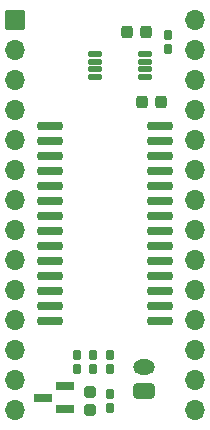
<source format=gbr>
%TF.GenerationSoftware,KiCad,Pcbnew,(6.0.9)*%
%TF.CreationDate,2022-12-20T17:59:48-05:00*%
%TF.ProjectId,6264_FRAM_MOD,36323634-5f46-4524-914d-5f4d4f442e6b,rev?*%
%TF.SameCoordinates,Original*%
%TF.FileFunction,Soldermask,Top*%
%TF.FilePolarity,Negative*%
%FSLAX46Y46*%
G04 Gerber Fmt 4.6, Leading zero omitted, Abs format (unit mm)*
G04 Created by KiCad (PCBNEW (6.0.9)) date 2022-12-20 17:59:48*
%MOMM*%
%LPD*%
G01*
G04 APERTURE LIST*
G04 Aperture macros list*
%AMRoundRect*
0 Rectangle with rounded corners*
0 $1 Rounding radius*
0 $2 $3 $4 $5 $6 $7 $8 $9 X,Y pos of 4 corners*
0 Add a 4 corners polygon primitive as box body*
4,1,4,$2,$3,$4,$5,$6,$7,$8,$9,$2,$3,0*
0 Add four circle primitives for the rounded corners*
1,1,$1+$1,$2,$3*
1,1,$1+$1,$4,$5*
1,1,$1+$1,$6,$7*
1,1,$1+$1,$8,$9*
0 Add four rect primitives between the rounded corners*
20,1,$1+$1,$2,$3,$4,$5,0*
20,1,$1+$1,$4,$5,$6,$7,0*
20,1,$1+$1,$6,$7,$8,$9,0*
20,1,$1+$1,$8,$9,$2,$3,0*%
G04 Aperture macros list end*
%ADD10RoundRect,0.200800X-0.875000X-0.150000X0.875000X-0.150000X0.875000X0.150000X-0.875000X0.150000X0*%
%ADD11RoundRect,0.050800X-0.550000X-0.200000X0.550000X-0.200000X0.550000X0.200000X-0.550000X0.200000X0*%
%ADD12RoundRect,0.210800X0.160000X-0.197500X0.160000X0.197500X-0.160000X0.197500X-0.160000X-0.197500X0*%
%ADD13RoundRect,0.300800X0.625000X-0.350000X0.625000X0.350000X-0.625000X0.350000X-0.625000X-0.350000X0*%
%ADD14O,1.851600X1.301600*%
%ADD15RoundRect,0.275800X0.225000X0.250000X-0.225000X0.250000X-0.225000X-0.250000X0.225000X-0.250000X0*%
%ADD16RoundRect,0.200800X0.587500X0.150000X-0.587500X0.150000X-0.587500X-0.150000X0.587500X-0.150000X0*%
%ADD17RoundRect,0.050800X-0.800000X-0.800000X0.800000X-0.800000X0.800000X0.800000X-0.800000X0.800000X0*%
%ADD18O,1.701600X1.701600*%
%ADD19RoundRect,0.210800X-0.160000X0.197500X-0.160000X-0.197500X0.160000X-0.197500X0.160000X0.197500X0*%
%ADD20RoundRect,0.275800X0.250000X-0.225000X0.250000X0.225000X-0.250000X0.225000X-0.250000X-0.225000X0*%
G04 APERTURE END LIST*
D10*
%TO.C,U3*%
X114730000Y-67437000D03*
X114730000Y-68707000D03*
X114730000Y-69977000D03*
X114730000Y-71247000D03*
X114730000Y-72517000D03*
X114730000Y-73787000D03*
X114730000Y-75057000D03*
X114730000Y-76327000D03*
X114730000Y-77597000D03*
X114730000Y-78867000D03*
X114730000Y-80137000D03*
X114730000Y-81407000D03*
X114730000Y-82677000D03*
X114730000Y-83947000D03*
X124030000Y-83947000D03*
X124030000Y-82677000D03*
X124030000Y-81407000D03*
X124030000Y-80137000D03*
X124030000Y-78867000D03*
X124030000Y-77597000D03*
X124030000Y-76327000D03*
X124030000Y-75057000D03*
X124030000Y-73787000D03*
X124030000Y-72517000D03*
X124030000Y-71247000D03*
X124030000Y-69977000D03*
X124030000Y-68707000D03*
X124030000Y-67437000D03*
%TD*%
D11*
%TO.C,U2*%
X118500000Y-61313022D03*
X118500000Y-61963022D03*
X118500000Y-62613022D03*
X118500000Y-63263022D03*
X122800000Y-63263022D03*
X122800000Y-62613022D03*
X122800000Y-61963022D03*
X122800000Y-61313022D03*
%TD*%
D12*
%TO.C,R2*%
X119808866Y-91275500D03*
X119808866Y-90080500D03*
%TD*%
D13*
%TO.C,J1*%
X122682000Y-89865200D03*
D14*
X122682000Y-87865200D03*
%TD*%
D15*
%TO.C,C1*%
X122822000Y-59494022D03*
X121272000Y-59494022D03*
%TD*%
D12*
%TO.C,R3*%
X119808866Y-87973500D03*
X119808866Y-86778500D03*
%TD*%
D16*
%TO.C,U1*%
X115999500Y-91374000D03*
X115999500Y-89474000D03*
X114124500Y-90424000D03*
%TD*%
D12*
%TO.C,R4*%
X118364000Y-87973500D03*
X118364000Y-86778500D03*
%TD*%
D17*
%TO.C,U10*%
X111760000Y-58420000D03*
D18*
X111760000Y-60960000D03*
X111760000Y-63500000D03*
X111760000Y-66040000D03*
X111760000Y-68580000D03*
X111760000Y-71120000D03*
X111760000Y-73660000D03*
X111760000Y-76200000D03*
X111760000Y-78740000D03*
X111760000Y-81280000D03*
X111760000Y-83820000D03*
X111760000Y-86360000D03*
X111760000Y-88900000D03*
X111760000Y-91440000D03*
X127000000Y-91440000D03*
X127000000Y-88900000D03*
X127000000Y-86360000D03*
X127000000Y-83820000D03*
X127000000Y-81280000D03*
X127000000Y-78740000D03*
X127000000Y-76200000D03*
X127000000Y-73660000D03*
X127000000Y-71120000D03*
X127000000Y-68580000D03*
X127000000Y-66040000D03*
X127000000Y-63500000D03*
X127000000Y-60960000D03*
X127000000Y-58420000D03*
%TD*%
D19*
%TO.C,R1*%
X124714000Y-59727500D03*
X124714000Y-60922500D03*
%TD*%
D15*
%TO.C,C3*%
X124092000Y-65405000D03*
X122542000Y-65405000D03*
%TD*%
D12*
%TO.C,R6*%
X116967000Y-87973500D03*
X116967000Y-86778500D03*
%TD*%
D20*
%TO.C,C4*%
X118110000Y-91453000D03*
X118110000Y-89903000D03*
%TD*%
M02*

</source>
